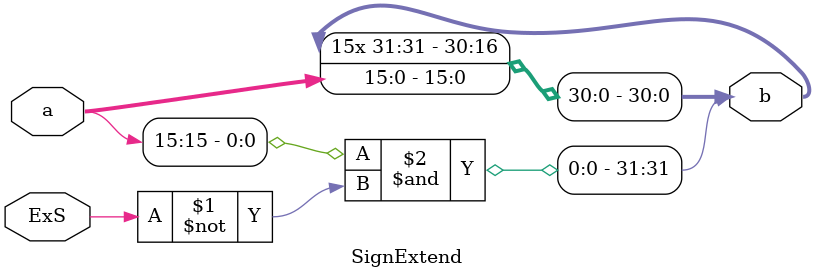
<source format=v>
`timescale 1ns / 1ps


module SignExtend(ExS, a, b);
	input ExS;
	input [15:0] a;
	output [31:0] b;
	assign b = {{16{a[15] & ~ExS}}, a};
	// ExS = 1 means zero extend, else sign extend
endmodule

</source>
